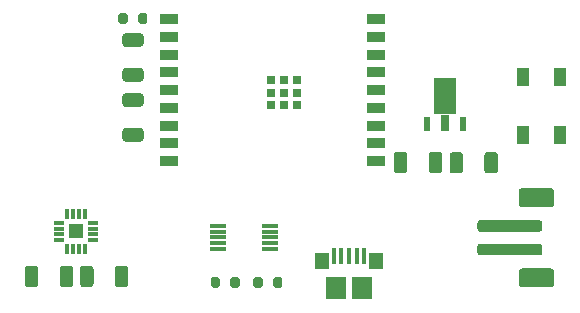
<source format=gbr>
%TF.GenerationSoftware,KiCad,Pcbnew,(5.1.12)-1*%
%TF.CreationDate,2021-12-22T14:47:12+01:00*%
%TF.ProjectId,speaker,73706561-6b65-4722-9e6b-696361645f70,rev?*%
%TF.SameCoordinates,Original*%
%TF.FileFunction,Paste,Top*%
%TF.FilePolarity,Positive*%
%FSLAX46Y46*%
G04 Gerber Fmt 4.6, Leading zero omitted, Abs format (unit mm)*
G04 Created by KiCad (PCBNEW (5.1.12)-1) date 2021-12-22 14:47:12*
%MOMM*%
%LPD*%
G01*
G04 APERTURE LIST*
%ADD10R,1.000000X1.500000*%
%ADD11R,1.400000X0.300000*%
%ADD12R,0.700000X0.700000*%
%ADD13R,1.500000X0.900000*%
%ADD14R,1.150000X1.450000*%
%ADD15R,1.750000X1.900000*%
%ADD16R,0.400000X1.400000*%
%ADD17R,1.250000X1.250000*%
%ADD18R,0.300000X0.850000*%
%ADD19R,0.850000X0.300000*%
%ADD20R,0.550000X1.300000*%
%ADD21R,0.800000X1.475000*%
%ADD22R,1.850000X3.125000*%
G04 APERTURE END LIST*
D10*
%TO.C,D1*%
X165582800Y-76897400D03*
X168782800Y-76897400D03*
X165582800Y-71997400D03*
X168782800Y-71997400D03*
%TD*%
D11*
%TO.C,IC1*%
X144186000Y-84598000D03*
X144186000Y-85098000D03*
X144186000Y-85598000D03*
X144186000Y-86098000D03*
X144186000Y-86598000D03*
X139786000Y-86598000D03*
X139786000Y-86098000D03*
X139786000Y-85598000D03*
X139786000Y-85098000D03*
X139786000Y-84598000D03*
%TD*%
%TO.C,J1*%
G36*
G01*
X161998400Y-84123400D02*
X166998400Y-84123400D01*
G75*
G02*
X167248400Y-84373400I0J-250000D01*
G01*
X167248400Y-84873400D01*
G75*
G02*
X166998400Y-85123400I-250000J0D01*
G01*
X161998400Y-85123400D01*
G75*
G02*
X161748400Y-84873400I0J250000D01*
G01*
X161748400Y-84373400D01*
G75*
G02*
X161998400Y-84123400I250000J0D01*
G01*
G37*
G36*
G01*
X161998400Y-86123400D02*
X166998400Y-86123400D01*
G75*
G02*
X167248400Y-86373400I0J-250000D01*
G01*
X167248400Y-86873400D01*
G75*
G02*
X166998400Y-87123400I-250000J0D01*
G01*
X161998400Y-87123400D01*
G75*
G02*
X161748400Y-86873400I0J250000D01*
G01*
X161748400Y-86373400D01*
G75*
G02*
X161998400Y-86123400I250000J0D01*
G01*
G37*
G36*
G01*
X165498400Y-81423400D02*
X167998400Y-81423400D01*
G75*
G02*
X168248400Y-81673400I0J-250000D01*
G01*
X168248400Y-82773400D01*
G75*
G02*
X167998400Y-83023400I-250000J0D01*
G01*
X165498400Y-83023400D01*
G75*
G02*
X165248400Y-82773400I0J250000D01*
G01*
X165248400Y-81673400D01*
G75*
G02*
X165498400Y-81423400I250000J0D01*
G01*
G37*
G36*
G01*
X165498400Y-88223400D02*
X167998400Y-88223400D01*
G75*
G02*
X168248400Y-88473400I0J-250000D01*
G01*
X168248400Y-89573400D01*
G75*
G02*
X167998400Y-89823400I-250000J0D01*
G01*
X165498400Y-89823400D01*
G75*
G02*
X165248400Y-89573400I0J250000D01*
G01*
X165248400Y-88473400D01*
G75*
G02*
X165498400Y-88223400I250000J0D01*
G01*
G37*
%TD*%
D12*
%TO.C,U1*%
X144285000Y-72225000D03*
X144285000Y-73325000D03*
X144285000Y-74425000D03*
X145335000Y-74425000D03*
X146485000Y-74425000D03*
X146485000Y-73325000D03*
X146485000Y-72225000D03*
X145335000Y-72225000D03*
X145335000Y-73325000D03*
D13*
X153175000Y-67125000D03*
X153175000Y-68625000D03*
X153175000Y-70125000D03*
X153175000Y-71625000D03*
X153175000Y-73125000D03*
X153175000Y-74625000D03*
X153175000Y-76125000D03*
X153175000Y-77625000D03*
X153175000Y-79125000D03*
X135675000Y-67125000D03*
X135675000Y-68625000D03*
X135675000Y-70125000D03*
X135675000Y-71625000D03*
X135675000Y-73125000D03*
X135675000Y-74625000D03*
X135675000Y-76125000D03*
X135675000Y-77625000D03*
X135675000Y-79125000D03*
%TD*%
%TO.C,R3*%
G36*
G01*
X133013000Y-67331000D02*
X133013000Y-66781000D01*
G75*
G02*
X133213000Y-66581000I200000J0D01*
G01*
X133613000Y-66581000D01*
G75*
G02*
X133813000Y-66781000I0J-200000D01*
G01*
X133813000Y-67331000D01*
G75*
G02*
X133613000Y-67531000I-200000J0D01*
G01*
X133213000Y-67531000D01*
G75*
G02*
X133013000Y-67331000I0J200000D01*
G01*
G37*
G36*
G01*
X131363000Y-67331000D02*
X131363000Y-66781000D01*
G75*
G02*
X131563000Y-66581000I200000J0D01*
G01*
X131963000Y-66581000D01*
G75*
G02*
X132163000Y-66781000I0J-200000D01*
G01*
X132163000Y-67331000D01*
G75*
G02*
X131963000Y-67531000I-200000J0D01*
G01*
X131563000Y-67531000D01*
G75*
G02*
X131363000Y-67331000I0J200000D01*
G01*
G37*
%TD*%
%TO.C,R2*%
G36*
G01*
X140824000Y-89683000D02*
X140824000Y-89133000D01*
G75*
G02*
X141024000Y-88933000I200000J0D01*
G01*
X141424000Y-88933000D01*
G75*
G02*
X141624000Y-89133000I0J-200000D01*
G01*
X141624000Y-89683000D01*
G75*
G02*
X141424000Y-89883000I-200000J0D01*
G01*
X141024000Y-89883000D01*
G75*
G02*
X140824000Y-89683000I0J200000D01*
G01*
G37*
G36*
G01*
X139174000Y-89683000D02*
X139174000Y-89133000D01*
G75*
G02*
X139374000Y-88933000I200000J0D01*
G01*
X139774000Y-88933000D01*
G75*
G02*
X139974000Y-89133000I0J-200000D01*
G01*
X139974000Y-89683000D01*
G75*
G02*
X139774000Y-89883000I-200000J0D01*
G01*
X139374000Y-89883000D01*
G75*
G02*
X139174000Y-89683000I0J200000D01*
G01*
G37*
%TD*%
%TO.C,R1*%
G36*
G01*
X144443000Y-89683000D02*
X144443000Y-89133000D01*
G75*
G02*
X144643000Y-88933000I200000J0D01*
G01*
X145043000Y-88933000D01*
G75*
G02*
X145243000Y-89133000I0J-200000D01*
G01*
X145243000Y-89683000D01*
G75*
G02*
X145043000Y-89883000I-200000J0D01*
G01*
X144643000Y-89883000D01*
G75*
G02*
X144443000Y-89683000I0J200000D01*
G01*
G37*
G36*
G01*
X142793000Y-89683000D02*
X142793000Y-89133000D01*
G75*
G02*
X142993000Y-88933000I200000J0D01*
G01*
X143393000Y-88933000D01*
G75*
G02*
X143593000Y-89133000I0J-200000D01*
G01*
X143593000Y-89683000D01*
G75*
G02*
X143393000Y-89883000I-200000J0D01*
G01*
X142993000Y-89883000D01*
G75*
G02*
X142793000Y-89683000I0J200000D01*
G01*
G37*
%TD*%
D14*
%TO.C,J3*%
X148556000Y-87616000D03*
X153196000Y-87616000D03*
D15*
X149751000Y-89846000D03*
D16*
X150876000Y-87196000D03*
X151526000Y-87196000D03*
X152176000Y-87196000D03*
X149576000Y-87196000D03*
X150226000Y-87196000D03*
D15*
X152001000Y-89846000D03*
%TD*%
D17*
%TO.C,IC3*%
X127762000Y-85090000D03*
D18*
X127012000Y-83640000D03*
X127512000Y-83640000D03*
X128012000Y-83640000D03*
X128512000Y-83640000D03*
D19*
X129212000Y-84340000D03*
X129212000Y-84840000D03*
X129212000Y-85340000D03*
X129212000Y-85840000D03*
D18*
X128512000Y-86540000D03*
X128012000Y-86540000D03*
X127512000Y-86540000D03*
X127012000Y-86540000D03*
D19*
X126312000Y-85840000D03*
X126312000Y-85340000D03*
X126312000Y-84840000D03*
X126312000Y-84340000D03*
%TD*%
D20*
%TO.C,IC2*%
X157504000Y-75990000D03*
D21*
X159004000Y-75902000D03*
D20*
X160504000Y-75990000D03*
D22*
X159004000Y-73602000D03*
%TD*%
%TO.C,C6*%
G36*
G01*
X131937999Y-71258000D02*
X133238001Y-71258000D01*
G75*
G02*
X133488000Y-71507999I0J-249999D01*
G01*
X133488000Y-72158001D01*
G75*
G02*
X133238001Y-72408000I-249999J0D01*
G01*
X131937999Y-72408000D01*
G75*
G02*
X131688000Y-72158001I0J249999D01*
G01*
X131688000Y-71507999D01*
G75*
G02*
X131937999Y-71258000I249999J0D01*
G01*
G37*
G36*
G01*
X131937999Y-68308000D02*
X133238001Y-68308000D01*
G75*
G02*
X133488000Y-68557999I0J-249999D01*
G01*
X133488000Y-69208001D01*
G75*
G02*
X133238001Y-69458000I-249999J0D01*
G01*
X131937999Y-69458000D01*
G75*
G02*
X131688000Y-69208001I0J249999D01*
G01*
X131688000Y-68557999D01*
G75*
G02*
X131937999Y-68308000I249999J0D01*
G01*
G37*
%TD*%
%TO.C,C5*%
G36*
G01*
X131937999Y-76338000D02*
X133238001Y-76338000D01*
G75*
G02*
X133488000Y-76587999I0J-249999D01*
G01*
X133488000Y-77238001D01*
G75*
G02*
X133238001Y-77488000I-249999J0D01*
G01*
X131937999Y-77488000D01*
G75*
G02*
X131688000Y-77238001I0J249999D01*
G01*
X131688000Y-76587999D01*
G75*
G02*
X131937999Y-76338000I249999J0D01*
G01*
G37*
G36*
G01*
X131937999Y-73388000D02*
X133238001Y-73388000D01*
G75*
G02*
X133488000Y-73637999I0J-249999D01*
G01*
X133488000Y-74288001D01*
G75*
G02*
X133238001Y-74538000I-249999J0D01*
G01*
X131937999Y-74538000D01*
G75*
G02*
X131688000Y-74288001I0J249999D01*
G01*
X131688000Y-73637999D01*
G75*
G02*
X131937999Y-73388000I249999J0D01*
G01*
G37*
%TD*%
%TO.C,C4*%
G36*
G01*
X131049600Y-89550001D02*
X131049600Y-88249999D01*
G75*
G02*
X131299599Y-88000000I249999J0D01*
G01*
X131949601Y-88000000D01*
G75*
G02*
X132199600Y-88249999I0J-249999D01*
G01*
X132199600Y-89550001D01*
G75*
G02*
X131949601Y-89800000I-249999J0D01*
G01*
X131299599Y-89800000D01*
G75*
G02*
X131049600Y-89550001I0J249999D01*
G01*
G37*
G36*
G01*
X128099600Y-89550001D02*
X128099600Y-88249999D01*
G75*
G02*
X128349599Y-88000000I249999J0D01*
G01*
X128999601Y-88000000D01*
G75*
G02*
X129249600Y-88249999I0J-249999D01*
G01*
X129249600Y-89550001D01*
G75*
G02*
X128999601Y-89800000I-249999J0D01*
G01*
X128349599Y-89800000D01*
G75*
G02*
X128099600Y-89550001I0J249999D01*
G01*
G37*
%TD*%
%TO.C,C3*%
G36*
G01*
X124576000Y-88249999D02*
X124576000Y-89550001D01*
G75*
G02*
X124326001Y-89800000I-249999J0D01*
G01*
X123675999Y-89800000D01*
G75*
G02*
X123426000Y-89550001I0J249999D01*
G01*
X123426000Y-88249999D01*
G75*
G02*
X123675999Y-88000000I249999J0D01*
G01*
X124326001Y-88000000D01*
G75*
G02*
X124576000Y-88249999I0J-249999D01*
G01*
G37*
G36*
G01*
X127526000Y-88249999D02*
X127526000Y-89550001D01*
G75*
G02*
X127276001Y-89800000I-249999J0D01*
G01*
X126625999Y-89800000D01*
G75*
G02*
X126376000Y-89550001I0J249999D01*
G01*
X126376000Y-88249999D01*
G75*
G02*
X126625999Y-88000000I249999J0D01*
G01*
X127276001Y-88000000D01*
G75*
G02*
X127526000Y-88249999I0J-249999D01*
G01*
G37*
%TD*%
%TO.C,C2*%
G36*
G01*
X162342400Y-79923401D02*
X162342400Y-78623399D01*
G75*
G02*
X162592399Y-78373400I249999J0D01*
G01*
X163242401Y-78373400D01*
G75*
G02*
X163492400Y-78623399I0J-249999D01*
G01*
X163492400Y-79923401D01*
G75*
G02*
X163242401Y-80173400I-249999J0D01*
G01*
X162592399Y-80173400D01*
G75*
G02*
X162342400Y-79923401I0J249999D01*
G01*
G37*
G36*
G01*
X159392400Y-79923401D02*
X159392400Y-78623399D01*
G75*
G02*
X159642399Y-78373400I249999J0D01*
G01*
X160292401Y-78373400D01*
G75*
G02*
X160542400Y-78623399I0J-249999D01*
G01*
X160542400Y-79923401D01*
G75*
G02*
X160292401Y-80173400I-249999J0D01*
G01*
X159642399Y-80173400D01*
G75*
G02*
X159392400Y-79923401I0J249999D01*
G01*
G37*
%TD*%
%TO.C,C1*%
G36*
G01*
X155818000Y-78597999D02*
X155818000Y-79898001D01*
G75*
G02*
X155568001Y-80148000I-249999J0D01*
G01*
X154917999Y-80148000D01*
G75*
G02*
X154668000Y-79898001I0J249999D01*
G01*
X154668000Y-78597999D01*
G75*
G02*
X154917999Y-78348000I249999J0D01*
G01*
X155568001Y-78348000D01*
G75*
G02*
X155818000Y-78597999I0J-249999D01*
G01*
G37*
G36*
G01*
X158768000Y-78597999D02*
X158768000Y-79898001D01*
G75*
G02*
X158518001Y-80148000I-249999J0D01*
G01*
X157867999Y-80148000D01*
G75*
G02*
X157618000Y-79898001I0J249999D01*
G01*
X157618000Y-78597999D01*
G75*
G02*
X157867999Y-78348000I249999J0D01*
G01*
X158518001Y-78348000D01*
G75*
G02*
X158768000Y-78597999I0J-249999D01*
G01*
G37*
%TD*%
M02*

</source>
